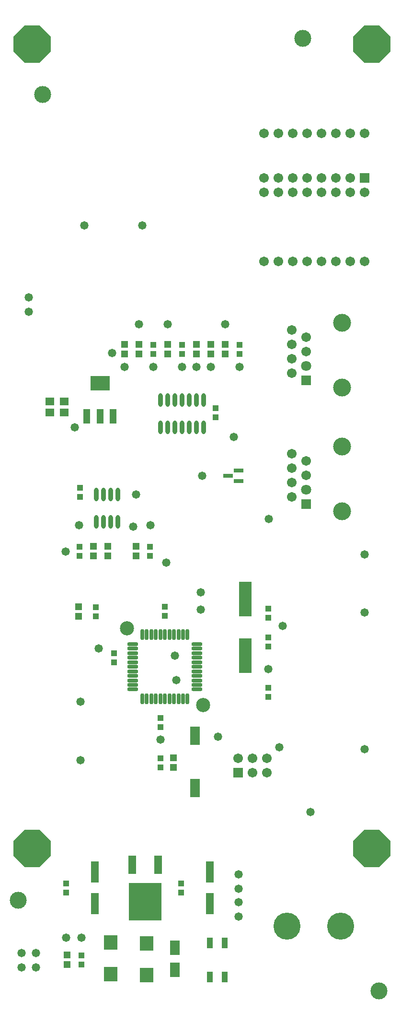
<source format=gts>
%FSLAX24Y24*%
%MOIN*%
G70*
G01*
G75*
G04 Layer_Color=8388736*
%ADD10C,0.0394*%
%ADD11R,0.0354X0.0354*%
%ADD12R,0.0394X0.0945*%
%ADD13R,0.1299X0.0945*%
%ADD14R,0.0532X0.0453*%
%ADD15O,0.0217X0.0689*%
%ADD16O,0.0689X0.0217*%
%ADD17R,0.0472X0.1378*%
%ADD18R,0.0630X0.0236*%
%ADD19R,0.0335X0.0335*%
%ADD20R,0.0610X0.0925*%
%ADD21R,0.0335X0.0669*%
%ADD22R,0.0866X0.0925*%
%ADD23R,0.0394X0.0394*%
%ADD24R,0.0630X0.1181*%
%ADD25O,0.0236X0.0866*%
%ADD26R,0.0492X0.1201*%
%ADD27R,0.2185X0.2559*%
%ADD28R,0.0787X0.2362*%
%ADD29R,0.0532X0.0453*%
%ADD30C,0.0150*%
%ADD31C,0.0300*%
%ADD32C,0.1000*%
%ADD33C,0.0500*%
%ADD34C,0.0250*%
%ADD35C,0.0591*%
%ADD36R,0.0591X0.0591*%
%ADD37C,0.0591*%
%ADD38P,0.2706X8X22.5*%
%ADD39C,0.1800*%
%ADD40C,0.0630*%
%ADD41C,0.1161*%
%ADD42R,0.0591X0.0591*%
%ADD43C,0.0500*%
%ADD44C,0.0394*%
%ADD45C,0.0098*%
%ADD46C,0.0100*%
%ADD47C,0.0236*%
%ADD48C,0.0079*%
%ADD49C,0.1181*%
%ADD50R,0.0434X0.0434*%
%ADD51R,0.0474X0.1025*%
%ADD52R,0.1379X0.1025*%
%ADD53R,0.0612X0.0533*%
%ADD54C,0.0984*%
%ADD55O,0.0297X0.0769*%
%ADD56O,0.0769X0.0297*%
%ADD57R,0.0552X0.1458*%
%ADD58R,0.0710X0.0316*%
%ADD59R,0.0415X0.0415*%
%ADD60R,0.0690X0.1005*%
%ADD61R,0.0415X0.0749*%
%ADD62R,0.0946X0.1005*%
%ADD63R,0.0474X0.0474*%
%ADD64R,0.0710X0.1261*%
%ADD65O,0.0316X0.0946*%
%ADD66R,0.0572X0.1281*%
%ADD67R,0.2265X0.2639*%
%ADD68R,0.0867X0.2442*%
%ADD69R,0.0612X0.0533*%
%ADD70C,0.0671*%
%ADD71R,0.0671X0.0671*%
%ADD72C,0.0671*%
%ADD73P,0.2793X8X22.5*%
%ADD74C,0.1880*%
%ADD75C,0.0710*%
%ADD76C,0.1241*%
%ADD77R,0.0671X0.0671*%
%ADD78C,0.0580*%
D49*
X29600Y89800D02*
D03*
X47700Y93700D02*
D03*
X53000Y27500D02*
D03*
X27900Y33800D02*
D03*
D50*
X39257Y34356D02*
D03*
Y34985D02*
D03*
X31257Y34356D02*
D03*
Y34985D02*
D03*
X37803Y45856D02*
D03*
Y46485D02*
D03*
X32207Y61856D02*
D03*
Y62485D02*
D03*
X37807Y43056D02*
D03*
Y43685D02*
D03*
X45307Y54085D02*
D03*
Y53456D02*
D03*
X34576Y50342D02*
D03*
Y50972D02*
D03*
X45307Y47956D02*
D03*
Y48585D02*
D03*
X38118Y53570D02*
D03*
Y54200D02*
D03*
X45307Y51456D02*
D03*
Y52085D02*
D03*
X41650Y67385D02*
D03*
Y68015D02*
D03*
D51*
X32694Y67458D02*
D03*
X33600D02*
D03*
X34506D02*
D03*
D52*
X33600Y69742D02*
D03*
D53*
X31100Y67706D02*
D03*
Y68494D02*
D03*
X30100Y67706D02*
D03*
D54*
X35467Y52700D02*
D03*
X40777Y47380D02*
D03*
D55*
X39693Y47817D02*
D03*
X39378D02*
D03*
X39063D02*
D03*
X38748D02*
D03*
X38433D02*
D03*
X37173D02*
D03*
X36858D02*
D03*
X36543D02*
D03*
X36858Y52265D02*
D03*
X37173D02*
D03*
X37488D02*
D03*
X38433D02*
D03*
X38748D02*
D03*
X39693D02*
D03*
X39378D02*
D03*
X39063D02*
D03*
X38118D02*
D03*
X37803D02*
D03*
X36543D02*
D03*
X37488Y47817D02*
D03*
X37803D02*
D03*
X38118D02*
D03*
D56*
X35894Y49726D02*
D03*
Y50671D02*
D03*
Y50986D02*
D03*
Y51301D02*
D03*
Y51616D02*
D03*
X40343Y48466D02*
D03*
Y48781D02*
D03*
Y49096D02*
D03*
Y49411D02*
D03*
Y49726D02*
D03*
Y50041D02*
D03*
Y50356D02*
D03*
Y50671D02*
D03*
Y50986D02*
D03*
Y51301D02*
D03*
Y51616D02*
D03*
X35894Y50356D02*
D03*
Y50041D02*
D03*
Y49411D02*
D03*
Y49096D02*
D03*
Y48781D02*
D03*
Y48466D02*
D03*
D57*
X41257Y35770D02*
D03*
Y33570D02*
D03*
X33257Y35770D02*
D03*
Y33570D02*
D03*
D58*
X43233Y62946D02*
D03*
Y63694D02*
D03*
X42524Y63320D02*
D03*
D59*
X32177Y57736D02*
D03*
Y58366D02*
D03*
X37087Y57736D02*
D03*
Y58366D02*
D03*
X33307Y53556D02*
D03*
Y54185D02*
D03*
X32307Y29355D02*
D03*
Y29985D02*
D03*
X37300Y72417D02*
D03*
Y71787D02*
D03*
X39300D02*
D03*
X43300Y71787D02*
D03*
X39300Y72417D02*
D03*
X43300Y72417D02*
D03*
D60*
X38807Y30526D02*
D03*
Y28970D02*
D03*
D61*
X41231Y28489D02*
D03*
X42283D02*
D03*
Y30852D02*
D03*
X41231D02*
D03*
D62*
X36857Y30823D02*
D03*
Y28618D02*
D03*
X34357Y30870D02*
D03*
Y28666D02*
D03*
D63*
X34157Y58405D02*
D03*
Y57736D02*
D03*
X33157Y57736D02*
D03*
Y58405D02*
D03*
X36107Y57736D02*
D03*
Y58405D02*
D03*
X38707Y43036D02*
D03*
Y43705D02*
D03*
X32107Y53536D02*
D03*
Y54205D02*
D03*
X31327Y29355D02*
D03*
Y30025D02*
D03*
X40300Y72456D02*
D03*
Y71787D02*
D03*
X41300Y72456D02*
D03*
Y71787D02*
D03*
X42300Y72456D02*
D03*
Y71787D02*
D03*
X35300Y72456D02*
D03*
Y71787D02*
D03*
X38300Y72453D02*
D03*
Y71784D02*
D03*
X36300Y72456D02*
D03*
Y71787D02*
D03*
D64*
X40207Y41620D02*
D03*
Y45235D02*
D03*
D65*
X33357Y60126D02*
D03*
X33857D02*
D03*
X34357D02*
D03*
X34857D02*
D03*
Y62015D02*
D03*
X34357D02*
D03*
X33857D02*
D03*
X33357D02*
D03*
X37800Y66676D02*
D03*
X38300D02*
D03*
X38800D02*
D03*
X39300D02*
D03*
X39800D02*
D03*
X40300D02*
D03*
X40800D02*
D03*
X38800Y68566D02*
D03*
X38300D02*
D03*
X37800D02*
D03*
X40800D02*
D03*
X40300D02*
D03*
X39800D02*
D03*
X39300D02*
D03*
D66*
X37659Y36265D02*
D03*
X35856D02*
D03*
D67*
X36757Y33726D02*
D03*
D68*
X43707Y50820D02*
D03*
Y54757D02*
D03*
D69*
X30100Y68494D02*
D03*
D70*
X50000Y83000D02*
D03*
X46000Y84000D02*
D03*
X47000Y83000D02*
D03*
X52000D02*
D03*
X51000Y84000D02*
D03*
Y83000D02*
D03*
X50000Y84000D02*
D03*
X49000D02*
D03*
Y83000D02*
D03*
X48000Y84000D02*
D03*
Y83000D02*
D03*
X47000Y84000D02*
D03*
X46000Y83000D02*
D03*
X45000D02*
D03*
X45207Y43670D02*
D03*
Y42670D02*
D03*
X44207Y43670D02*
D03*
Y42670D02*
D03*
X43207Y43670D02*
D03*
D71*
X52000Y84000D02*
D03*
X43207Y42670D02*
D03*
D72*
X45000Y84000D02*
D03*
X47957Y71954D02*
D03*
X47932Y63345D02*
D03*
X46957Y70454D02*
D03*
Y71454D02*
D03*
Y72454D02*
D03*
X47957Y72954D02*
D03*
X46957Y73454D02*
D03*
X46932Y61845D02*
D03*
Y62845D02*
D03*
Y63845D02*
D03*
X47932Y64345D02*
D03*
X46932Y64845D02*
D03*
X47000Y78200D02*
D03*
X46000D02*
D03*
X48000D02*
D03*
X49000D02*
D03*
X50000D02*
D03*
X51000D02*
D03*
X52000D02*
D03*
X45000D02*
D03*
X52000Y87100D02*
D03*
X51000D02*
D03*
X50000D02*
D03*
X49000D02*
D03*
X48000D02*
D03*
X47000D02*
D03*
X46000D02*
D03*
X45000D02*
D03*
D73*
X28878Y93307D02*
D03*
X52500D02*
D03*
Y37402D02*
D03*
X28878D02*
D03*
D74*
X46600Y32000D02*
D03*
X50350D02*
D03*
D75*
X47957Y70954D02*
D03*
X47932Y62345D02*
D03*
D76*
X50457Y69454D02*
D03*
Y73954D02*
D03*
X50432Y60845D02*
D03*
Y65345D02*
D03*
D77*
X47957Y69954D02*
D03*
X47932Y61345D02*
D03*
D78*
X36550Y80700D02*
D03*
X32500D02*
D03*
X38900Y49100D02*
D03*
X46081Y44446D02*
D03*
X37807Y44970D02*
D03*
X35907Y59770D02*
D03*
X38207Y57270D02*
D03*
X33500Y51300D02*
D03*
X41807Y45170D02*
D03*
X46307Y52870D02*
D03*
X45307Y49870D02*
D03*
X32250Y47600D02*
D03*
X31200Y58050D02*
D03*
X40707Y63320D02*
D03*
X28134Y30134D02*
D03*
X29134D02*
D03*
Y29134D02*
D03*
X28134D02*
D03*
X31257Y31220D02*
D03*
X43257Y32670D02*
D03*
Y34620D02*
D03*
Y35620D02*
D03*
Y33670D02*
D03*
X32157Y59870D02*
D03*
X37107D02*
D03*
X32307Y31220D02*
D03*
X36107Y62020D02*
D03*
X36257Y33170D02*
D03*
X37257D02*
D03*
X36257Y34170D02*
D03*
X37257D02*
D03*
X31840Y66680D02*
D03*
X39300Y70893D02*
D03*
X40300D02*
D03*
X41300Y70893D02*
D03*
X37300D02*
D03*
X35300Y70893D02*
D03*
X43300Y70893D02*
D03*
X42300Y73860D02*
D03*
X36300Y73860D02*
D03*
X38300Y73857D02*
D03*
X28657Y75700D02*
D03*
Y74700D02*
D03*
X38810Y50800D02*
D03*
X40600Y54000D02*
D03*
Y55200D02*
D03*
X34450Y71850D02*
D03*
X32250Y43550D02*
D03*
X52000Y53800D02*
D03*
Y57850D02*
D03*
X48228Y39961D02*
D03*
X52000Y44300D02*
D03*
X42900Y66005D02*
D03*
X45350Y60300D02*
D03*
M02*

</source>
